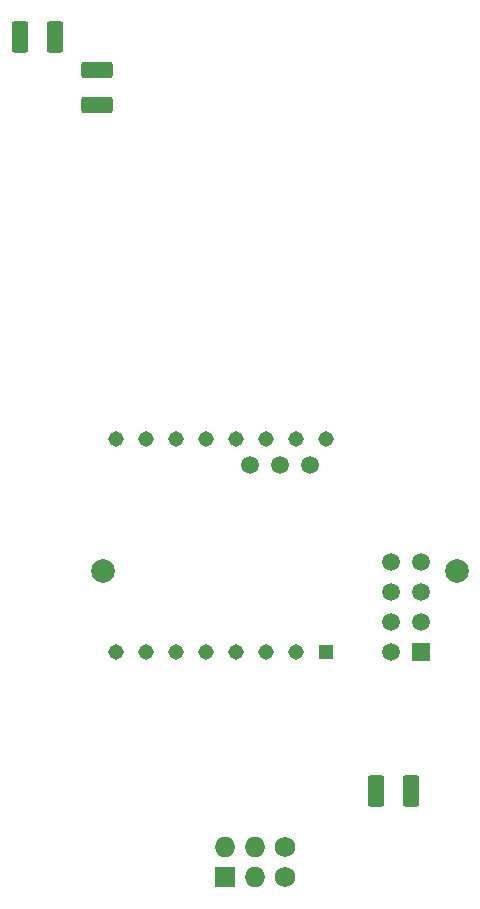
<source format=gbr>
%TF.GenerationSoftware,KiCad,Pcbnew,6.0.2+dfsg-1*%
%TF.CreationDate,2022-10-11T15:46:29-06:00*%
%TF.ProjectId,lvt_sao,6c76745f-7361-46f2-9e6b-696361645f70,rev?*%
%TF.SameCoordinates,Original*%
%TF.FileFunction,Soldermask,Top*%
%TF.FilePolarity,Negative*%
%FSLAX46Y46*%
G04 Gerber Fmt 4.6, Leading zero omitted, Abs format (unit mm)*
G04 Created by KiCad (PCBNEW 6.0.2+dfsg-1) date 2022-10-11 15:46:29*
%MOMM*%
%LPD*%
G01*
G04 APERTURE LIST*
G04 Aperture macros list*
%AMRoundRect*
0 Rectangle with rounded corners*
0 $1 Rounding radius*
0 $2 $3 $4 $5 $6 $7 $8 $9 X,Y pos of 4 corners*
0 Add a 4 corners polygon primitive as box body*
4,1,4,$2,$3,$4,$5,$6,$7,$8,$9,$2,$3,0*
0 Add four circle primitives for the rounded corners*
1,1,$1+$1,$2,$3*
1,1,$1+$1,$4,$5*
1,1,$1+$1,$6,$7*
1,1,$1+$1,$8,$9*
0 Add four rect primitives between the rounded corners*
20,1,$1+$1,$2,$3,$4,$5,0*
20,1,$1+$1,$4,$5,$6,$7,0*
20,1,$1+$1,$6,$7,$8,$9,0*
20,1,$1+$1,$8,$9,$2,$3,0*%
G04 Aperture macros list end*
%ADD10C,1.500000*%
%ADD11C,2.000000*%
%ADD12RoundRect,0.250001X0.462499X1.074999X-0.462499X1.074999X-0.462499X-1.074999X0.462499X-1.074999X0*%
%ADD13O,1.727200X1.727200*%
%ADD14R,1.727200X1.727200*%
%ADD15C,1.727200*%
%ADD16RoundRect,0.250001X-1.074999X0.462499X-1.074999X-0.462499X1.074999X-0.462499X1.074999X0.462499X0*%
%ADD17R,1.500000X1.500000*%
%ADD18R,1.308000X1.308000*%
%ADD19C,1.308000*%
G04 APERTURE END LIST*
D10*
%TO.C,U2*%
X136801336Y-110668547D03*
X139301336Y-110668547D03*
X141801336Y-110668547D03*
D11*
X124301336Y-119668547D03*
X154301336Y-119668547D03*
%TD*%
D12*
%TO.C,D1*%
X120250356Y-74437873D03*
X117275356Y-74437873D03*
%TD*%
D13*
%TO.C,X1*%
X134635493Y-143027824D03*
D14*
X134635493Y-145567824D03*
D13*
X137175493Y-143027824D03*
X137175493Y-145567824D03*
D15*
X139715493Y-143027824D03*
X139715493Y-145567824D03*
%TD*%
D16*
%TO.C,D3*%
X123771644Y-77212925D03*
X123771644Y-80187925D03*
%TD*%
D12*
%TO.C,D2*%
X150407715Y-138314968D03*
X147432715Y-138314968D03*
%TD*%
D17*
%TO.C,U3*%
X151247537Y-126472268D03*
D10*
X151247537Y-123932268D03*
X151247537Y-121392268D03*
X151247537Y-118852268D03*
X148707537Y-126472268D03*
X148707537Y-123932268D03*
X148707537Y-121392268D03*
X148707537Y-118852268D03*
%TD*%
D18*
%TO.C,U1*%
X143167160Y-126495594D03*
D19*
X140627160Y-126495594D03*
X138087160Y-126495594D03*
X135547160Y-126495594D03*
X133007160Y-126495594D03*
X130467160Y-126495594D03*
X127927160Y-126495594D03*
X125387160Y-126495594D03*
X125387160Y-108461594D03*
X127927160Y-108461594D03*
X130467160Y-108461594D03*
X133007160Y-108461594D03*
X135547160Y-108461594D03*
X138087160Y-108461594D03*
X140627160Y-108461594D03*
X143167160Y-108461594D03*
%TD*%
M02*

</source>
